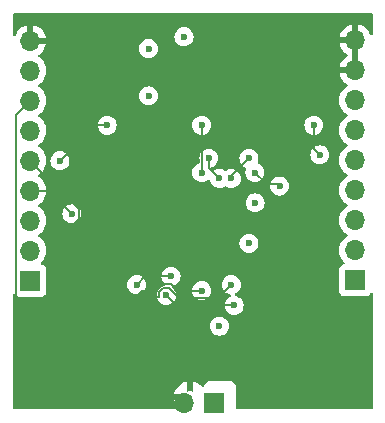
<source format=gbr>
%TF.GenerationSoftware,KiCad,Pcbnew,8.0.3*%
%TF.CreationDate,2024-07-01T13:41:45+02:00*%
%TF.ProjectId,ESP8266,45535038-3236-4362-9e6b-696361645f70,rev?*%
%TF.SameCoordinates,Original*%
%TF.FileFunction,Copper,L2,Inr*%
%TF.FilePolarity,Positive*%
%FSLAX46Y46*%
G04 Gerber Fmt 4.6, Leading zero omitted, Abs format (unit mm)*
G04 Created by KiCad (PCBNEW 8.0.3) date 2024-07-01 13:41:45*
%MOMM*%
%LPD*%
G01*
G04 APERTURE LIST*
%TA.AperFunction,ComponentPad*%
%ADD10R,1.700000X1.700000*%
%TD*%
%TA.AperFunction,ComponentPad*%
%ADD11O,1.700000X1.700000*%
%TD*%
%TA.AperFunction,ViaPad*%
%ADD12C,0.600000*%
%TD*%
%TA.AperFunction,Conductor*%
%ADD13C,0.200000*%
%TD*%
G04 APERTURE END LIST*
D10*
%TO.N,+3.3V*%
%TO.C,J1*%
X115000000Y-103160000D03*
D11*
%TO.N,/RST*%
X115000000Y-100620000D03*
%TO.N,/U0RXD*%
X115000000Y-98080000D03*
%TO.N,/U0TXD*%
X115000000Y-95540000D03*
%TO.N,/ADC_IN*%
X115000000Y-93000000D03*
%TO.N,/CHIP_EN*%
X115000000Y-90460000D03*
%TO.N,/GPIO16*%
X115000000Y-87920000D03*
%TO.N,/GPI05*%
X115000000Y-85380000D03*
%TO.N,GND*%
X115000000Y-82840000D03*
%TD*%
D10*
%TO.N,/ANT*%
%TO.C,J3*%
X130540000Y-113500000D03*
D11*
%TO.N,GND*%
X128000000Y-113500000D03*
%TD*%
D10*
%TO.N,/GPIO14*%
%TO.C,J2*%
X142500000Y-103120000D03*
D11*
%TO.N,/GPIO12*%
X142500000Y-100580000D03*
%TO.N,/GPIO13*%
X142500000Y-98040000D03*
%TO.N,/GPIO15*%
X142500000Y-95500000D03*
%TO.N,/GPIO2*%
X142500000Y-92960000D03*
%TO.N,/GPIO0*%
X142500000Y-90420000D03*
%TO.N,/GPIO4*%
X142500000Y-87880000D03*
%TO.N,GND*%
X142500000Y-85340000D03*
X142500000Y-82800000D03*
%TD*%
D12*
%TO.N,GND*%
X131500000Y-92500000D03*
X129000000Y-88500000D03*
X125000000Y-91500000D03*
X120000000Y-101000000D03*
X129420101Y-102900000D03*
X138637500Y-107500000D03*
X120500000Y-108500000D03*
X120155735Y-97155735D03*
X131000000Y-85500000D03*
X129000000Y-85500000D03*
%TO.N,/ADC_IN*%
X129500000Y-104000000D03*
%TO.N,/CHIP_EN*%
X126500000Y-104400000D03*
X132250000Y-105250000D03*
%TO.N,/GPIO16*%
X132000000Y-103500000D03*
%TO.N,/U0TXD*%
X118500000Y-97500000D03*
%TO.N,Net-(U1-RES12K)*%
X117500000Y-93000000D03*
X121500000Y-90000000D03*
%TO.N,Net-(U1-SD_CLK)*%
X139500000Y-92500000D03*
X136087108Y-95141422D03*
X139000000Y-90000000D03*
X134000000Y-93998114D03*
%TO.N,/SD_D3*%
X132000000Y-94500000D03*
X133500000Y-92798114D03*
%TO.N,/SD_D0*%
X129500000Y-90000000D03*
X129500000Y-94000000D03*
%TO.N,/SD_CMD*%
X130100000Y-92798114D03*
X131000000Y-94500000D03*
%TO.N,+3.3V*%
X125000000Y-83500000D03*
X128000000Y-82500000D03*
X131000000Y-107000000D03*
X134023198Y-96562466D03*
X124000000Y-103500000D03*
X125000000Y-87500000D03*
X126899681Y-102800000D03*
X133500000Y-100000000D03*
%TD*%
%TA.AperFunction,Conductor*%
%TO.N,GND*%
G36*
X143942539Y-80520185D02*
G01*
X143988294Y-80572989D01*
X143999500Y-80624500D01*
X143999500Y-82261988D01*
X143979815Y-82329027D01*
X143927011Y-82374782D01*
X143857853Y-82384726D01*
X143794297Y-82355701D01*
X143763118Y-82314393D01*
X143673600Y-82122422D01*
X143673599Y-82122420D01*
X143538113Y-81928926D01*
X143538108Y-81928920D01*
X143371082Y-81761894D01*
X143177578Y-81626399D01*
X142963492Y-81526570D01*
X142963486Y-81526567D01*
X142750000Y-81469364D01*
X142750000Y-82366988D01*
X142692993Y-82334075D01*
X142565826Y-82300000D01*
X142434174Y-82300000D01*
X142307007Y-82334075D01*
X142250000Y-82366988D01*
X142250000Y-81469364D01*
X142249999Y-81469364D01*
X142036513Y-81526567D01*
X142036507Y-81526570D01*
X141822422Y-81626399D01*
X141822420Y-81626400D01*
X141628926Y-81761886D01*
X141628920Y-81761891D01*
X141461891Y-81928920D01*
X141461886Y-81928926D01*
X141326400Y-82122420D01*
X141326399Y-82122422D01*
X141226570Y-82336507D01*
X141226567Y-82336513D01*
X141169364Y-82549999D01*
X141169364Y-82550000D01*
X142066988Y-82550000D01*
X142034075Y-82607007D01*
X142000000Y-82734174D01*
X142000000Y-82865826D01*
X142034075Y-82992993D01*
X142066988Y-83050000D01*
X141169364Y-83050000D01*
X141226567Y-83263486D01*
X141226570Y-83263492D01*
X141326399Y-83477578D01*
X141461894Y-83671082D01*
X141628917Y-83838105D01*
X141815031Y-83968425D01*
X141858656Y-84023003D01*
X141865848Y-84092501D01*
X141834326Y-84154856D01*
X141815031Y-84171575D01*
X141628922Y-84301890D01*
X141628920Y-84301891D01*
X141461891Y-84468920D01*
X141461886Y-84468926D01*
X141326400Y-84662420D01*
X141326399Y-84662422D01*
X141226570Y-84876507D01*
X141226567Y-84876513D01*
X141169364Y-85089999D01*
X141169364Y-85090000D01*
X142066988Y-85090000D01*
X142034075Y-85147007D01*
X142000000Y-85274174D01*
X142000000Y-85405826D01*
X142034075Y-85532993D01*
X142066988Y-85590000D01*
X141169364Y-85590000D01*
X141226567Y-85803486D01*
X141226570Y-85803492D01*
X141326399Y-86017578D01*
X141461894Y-86211082D01*
X141628917Y-86378105D01*
X141814595Y-86508119D01*
X141858219Y-86562696D01*
X141865412Y-86632195D01*
X141833890Y-86694549D01*
X141814595Y-86711269D01*
X141628594Y-86841508D01*
X141461505Y-87008597D01*
X141325965Y-87202169D01*
X141325964Y-87202171D01*
X141226098Y-87416335D01*
X141226094Y-87416344D01*
X141164938Y-87644586D01*
X141164936Y-87644596D01*
X141144341Y-87879999D01*
X141144341Y-87880000D01*
X141164936Y-88115403D01*
X141164938Y-88115413D01*
X141226094Y-88343655D01*
X141226096Y-88343659D01*
X141226097Y-88343663D01*
X141261319Y-88419196D01*
X141325965Y-88557830D01*
X141325967Y-88557834D01*
X141461501Y-88751395D01*
X141461506Y-88751402D01*
X141628597Y-88918493D01*
X141628603Y-88918498D01*
X141814158Y-89048425D01*
X141857783Y-89103002D01*
X141864977Y-89172500D01*
X141833454Y-89234855D01*
X141814158Y-89251575D01*
X141628597Y-89381505D01*
X141461505Y-89548597D01*
X141325965Y-89742169D01*
X141325964Y-89742171D01*
X141226098Y-89956335D01*
X141226094Y-89956344D01*
X141164938Y-90184586D01*
X141164936Y-90184596D01*
X141144341Y-90419999D01*
X141144341Y-90420000D01*
X141164936Y-90655403D01*
X141164938Y-90655413D01*
X141226094Y-90883655D01*
X141226096Y-90883659D01*
X141226097Y-90883663D01*
X141261319Y-90959196D01*
X141325965Y-91097830D01*
X141325967Y-91097834D01*
X141461501Y-91291395D01*
X141461506Y-91291402D01*
X141628597Y-91458493D01*
X141628603Y-91458498D01*
X141814158Y-91588425D01*
X141857783Y-91643002D01*
X141864977Y-91712500D01*
X141833454Y-91774855D01*
X141814158Y-91791575D01*
X141628597Y-91921505D01*
X141461505Y-92088597D01*
X141325965Y-92282169D01*
X141325964Y-92282171D01*
X141226098Y-92496335D01*
X141226094Y-92496344D01*
X141164938Y-92724586D01*
X141164936Y-92724596D01*
X141144341Y-92959999D01*
X141144341Y-92960000D01*
X141164936Y-93195403D01*
X141164938Y-93195413D01*
X141226094Y-93423655D01*
X141226096Y-93423659D01*
X141226097Y-93423663D01*
X141272840Y-93523903D01*
X141325965Y-93637830D01*
X141325967Y-93637834D01*
X141421459Y-93774209D01*
X141452726Y-93818864D01*
X141461501Y-93831395D01*
X141461506Y-93831402D01*
X141628597Y-93998493D01*
X141628603Y-93998498D01*
X141814158Y-94128425D01*
X141857783Y-94183002D01*
X141864977Y-94252500D01*
X141833454Y-94314855D01*
X141814158Y-94331575D01*
X141628597Y-94461505D01*
X141461505Y-94628597D01*
X141325965Y-94822169D01*
X141325964Y-94822171D01*
X141226098Y-95036335D01*
X141226094Y-95036344D01*
X141164938Y-95264586D01*
X141164936Y-95264596D01*
X141144341Y-95499999D01*
X141144341Y-95500000D01*
X141164936Y-95735403D01*
X141164938Y-95735413D01*
X141226094Y-95963655D01*
X141226096Y-95963659D01*
X141226097Y-95963663D01*
X141271115Y-96060204D01*
X141325965Y-96177830D01*
X141325967Y-96177834D01*
X141461501Y-96371395D01*
X141461506Y-96371402D01*
X141628597Y-96538493D01*
X141628603Y-96538498D01*
X141814158Y-96668425D01*
X141857783Y-96723002D01*
X141864977Y-96792500D01*
X141833454Y-96854855D01*
X141814158Y-96871575D01*
X141628597Y-97001505D01*
X141461505Y-97168597D01*
X141325965Y-97362169D01*
X141325964Y-97362171D01*
X141226098Y-97576335D01*
X141226094Y-97576344D01*
X141164938Y-97804586D01*
X141164936Y-97804596D01*
X141144341Y-98039999D01*
X141144341Y-98040000D01*
X141164936Y-98275403D01*
X141164938Y-98275413D01*
X141226094Y-98503655D01*
X141226096Y-98503659D01*
X141226097Y-98503663D01*
X141261319Y-98579196D01*
X141325965Y-98717830D01*
X141325967Y-98717834D01*
X141461501Y-98911395D01*
X141461506Y-98911402D01*
X141628597Y-99078493D01*
X141628603Y-99078498D01*
X141814158Y-99208425D01*
X141857783Y-99263002D01*
X141864977Y-99332500D01*
X141833454Y-99394855D01*
X141814158Y-99411575D01*
X141628597Y-99541505D01*
X141461505Y-99708597D01*
X141325965Y-99902169D01*
X141325964Y-99902171D01*
X141226098Y-100116335D01*
X141226094Y-100116344D01*
X141164938Y-100344586D01*
X141164936Y-100344596D01*
X141144341Y-100579999D01*
X141144341Y-100580000D01*
X141164936Y-100815403D01*
X141164938Y-100815413D01*
X141226094Y-101043655D01*
X141226096Y-101043659D01*
X141226097Y-101043663D01*
X141261319Y-101119196D01*
X141325965Y-101257830D01*
X141325967Y-101257834D01*
X141353973Y-101297830D01*
X141461501Y-101451396D01*
X141461506Y-101451402D01*
X141583430Y-101573326D01*
X141616915Y-101634649D01*
X141611931Y-101704341D01*
X141570059Y-101760274D01*
X141539083Y-101777189D01*
X141407669Y-101826203D01*
X141407664Y-101826206D01*
X141292455Y-101912452D01*
X141292452Y-101912455D01*
X141206206Y-102027664D01*
X141206202Y-102027671D01*
X141155908Y-102162517D01*
X141149501Y-102222116D01*
X141149500Y-102222135D01*
X141149500Y-104017870D01*
X141149501Y-104017876D01*
X141155908Y-104077483D01*
X141206202Y-104212328D01*
X141206206Y-104212335D01*
X141292452Y-104327544D01*
X141292455Y-104327547D01*
X141407664Y-104413793D01*
X141407671Y-104413797D01*
X141542517Y-104464091D01*
X141542516Y-104464091D01*
X141547549Y-104464632D01*
X141602127Y-104470500D01*
X143397872Y-104470499D01*
X143457483Y-104464091D01*
X143592331Y-104413796D01*
X143707546Y-104327546D01*
X143776234Y-104235789D01*
X143832167Y-104193920D01*
X143901859Y-104188936D01*
X143963182Y-104222421D01*
X143996666Y-104283745D01*
X143999500Y-104310102D01*
X143999500Y-113876000D01*
X143979815Y-113943039D01*
X143927011Y-113988794D01*
X143875500Y-114000000D01*
X132514500Y-114000000D01*
X132447461Y-113980315D01*
X132401706Y-113927511D01*
X132390500Y-113876000D01*
X132390499Y-112102129D01*
X132390498Y-112102123D01*
X132384091Y-112042516D01*
X132333797Y-111907671D01*
X132333793Y-111907664D01*
X132247547Y-111792455D01*
X132247544Y-111792452D01*
X132132335Y-111706206D01*
X132132328Y-111706202D01*
X131997482Y-111655908D01*
X131997483Y-111655908D01*
X131937883Y-111649501D01*
X131937881Y-111649500D01*
X131937873Y-111649500D01*
X131937864Y-111649500D01*
X130142129Y-111649500D01*
X130142123Y-111649501D01*
X130082516Y-111655908D01*
X129947671Y-111706202D01*
X129947664Y-111706206D01*
X129832455Y-111792452D01*
X129832452Y-111792455D01*
X129746206Y-111907664D01*
X129746202Y-111907671D01*
X129696997Y-112039598D01*
X129655126Y-112095532D01*
X129589661Y-112119949D01*
X129521388Y-112105097D01*
X129493134Y-112083946D01*
X129371082Y-111961894D01*
X129177578Y-111826399D01*
X128963492Y-111726570D01*
X128963486Y-111726567D01*
X128750000Y-111669364D01*
X128750000Y-112566988D01*
X128692993Y-112534075D01*
X128565826Y-112500000D01*
X128434174Y-112500000D01*
X128307007Y-112534075D01*
X128250000Y-112566988D01*
X128250000Y-111669364D01*
X128249999Y-111669364D01*
X128036513Y-111726567D01*
X128036507Y-111726570D01*
X127822422Y-111826399D01*
X127822420Y-111826400D01*
X127628926Y-111961886D01*
X127628920Y-111961891D01*
X127461891Y-112128920D01*
X127461886Y-112128926D01*
X127326400Y-112322420D01*
X127326399Y-112322422D01*
X127226570Y-112536507D01*
X127226567Y-112536513D01*
X127169364Y-112749999D01*
X127169364Y-112750000D01*
X128066988Y-112750000D01*
X128034075Y-112807007D01*
X128000000Y-112934174D01*
X128000000Y-113065826D01*
X128034075Y-113192993D01*
X128066988Y-113250000D01*
X127169364Y-113250000D01*
X127226567Y-113463486D01*
X127226570Y-113463492D01*
X127326400Y-113677579D01*
X127326404Y-113677585D01*
X127415535Y-113804876D01*
X127437863Y-113871082D01*
X127420853Y-113938849D01*
X127369906Y-113986663D01*
X127313961Y-114000000D01*
X113624500Y-114000000D01*
X113557461Y-113980315D01*
X113511706Y-113927511D01*
X113500500Y-113876000D01*
X113500500Y-106999996D01*
X130194435Y-106999996D01*
X130194435Y-107000003D01*
X130214630Y-107179249D01*
X130214631Y-107179254D01*
X130274211Y-107349523D01*
X130370184Y-107502262D01*
X130497738Y-107629816D01*
X130650478Y-107725789D01*
X130820745Y-107785368D01*
X130820750Y-107785369D01*
X130999996Y-107805565D01*
X131000000Y-107805565D01*
X131000004Y-107805565D01*
X131179249Y-107785369D01*
X131179252Y-107785368D01*
X131179255Y-107785368D01*
X131349522Y-107725789D01*
X131502262Y-107629816D01*
X131629816Y-107502262D01*
X131725789Y-107349522D01*
X131785368Y-107179255D01*
X131805565Y-107000000D01*
X131785368Y-106820745D01*
X131725789Y-106650478D01*
X131629816Y-106497738D01*
X131502262Y-106370184D01*
X131349523Y-106274211D01*
X131179254Y-106214631D01*
X131179249Y-106214630D01*
X131000004Y-106194435D01*
X130999996Y-106194435D01*
X130820750Y-106214630D01*
X130820745Y-106214631D01*
X130650476Y-106274211D01*
X130497737Y-106370184D01*
X130370184Y-106497737D01*
X130274211Y-106650476D01*
X130214631Y-106820745D01*
X130214630Y-106820750D01*
X130194435Y-106999996D01*
X113500500Y-106999996D01*
X113500500Y-104350102D01*
X113520185Y-104283063D01*
X113572989Y-104237308D01*
X113642147Y-104227364D01*
X113705703Y-104256389D01*
X113723762Y-104275786D01*
X113792454Y-104367546D01*
X113835802Y-104399996D01*
X113907664Y-104453793D01*
X113907671Y-104453797D01*
X114042517Y-104504091D01*
X114042516Y-104504091D01*
X114049444Y-104504835D01*
X114102127Y-104510500D01*
X115897872Y-104510499D01*
X115957483Y-104504091D01*
X116092331Y-104453796D01*
X116164198Y-104399996D01*
X125694435Y-104399996D01*
X125694435Y-104400003D01*
X125714630Y-104579249D01*
X125714631Y-104579254D01*
X125774211Y-104749523D01*
X125796735Y-104785369D01*
X125870184Y-104902262D01*
X125997738Y-105029816D01*
X126150478Y-105125789D01*
X126320745Y-105185368D01*
X126320750Y-105185369D01*
X126499996Y-105205565D01*
X126500000Y-105205565D01*
X126500004Y-105205565D01*
X126679249Y-105185369D01*
X126679252Y-105185368D01*
X126679255Y-105185368D01*
X126849522Y-105125789D01*
X127002262Y-105029816D01*
X127129816Y-104902262D01*
X127225789Y-104749522D01*
X127285368Y-104579255D01*
X127291570Y-104524211D01*
X127305565Y-104400003D01*
X127305565Y-104399996D01*
X127285369Y-104220750D01*
X127285368Y-104220745D01*
X127282423Y-104212328D01*
X127225789Y-104050478D01*
X127194069Y-103999996D01*
X128694435Y-103999996D01*
X128694435Y-104000003D01*
X128714630Y-104179249D01*
X128714631Y-104179254D01*
X128774211Y-104349523D01*
X128870184Y-104502262D01*
X128997738Y-104629816D01*
X129150478Y-104725789D01*
X129218306Y-104749523D01*
X129320745Y-104785368D01*
X129320750Y-104785369D01*
X129499996Y-104805565D01*
X129500000Y-104805565D01*
X129500004Y-104805565D01*
X129679249Y-104785369D01*
X129679252Y-104785368D01*
X129679255Y-104785368D01*
X129849522Y-104725789D01*
X130002262Y-104629816D01*
X130129816Y-104502262D01*
X130225789Y-104349522D01*
X130285368Y-104179255D01*
X130285369Y-104179249D01*
X130305565Y-104000003D01*
X130305565Y-103999996D01*
X130285369Y-103820750D01*
X130285368Y-103820745D01*
X130267676Y-103770184D01*
X130225789Y-103650478D01*
X130203265Y-103614632D01*
X130155369Y-103538406D01*
X130131235Y-103499996D01*
X131194435Y-103499996D01*
X131194435Y-103500003D01*
X131214630Y-103679249D01*
X131214631Y-103679254D01*
X131274211Y-103849523D01*
X131304507Y-103897738D01*
X131370184Y-104002262D01*
X131497738Y-104129816D01*
X131576410Y-104179249D01*
X131645117Y-104222421D01*
X131650478Y-104225789D01*
X131820745Y-104285368D01*
X131859577Y-104289743D01*
X131923989Y-104316808D01*
X131963545Y-104374402D01*
X131965684Y-104444239D01*
X131929727Y-104504146D01*
X131906156Y-104520160D01*
X131906374Y-104520506D01*
X131747737Y-104620184D01*
X131620184Y-104747737D01*
X131524211Y-104900476D01*
X131464631Y-105070745D01*
X131464630Y-105070750D01*
X131444435Y-105249996D01*
X131444435Y-105250003D01*
X131464630Y-105429249D01*
X131464631Y-105429254D01*
X131524211Y-105599523D01*
X131620184Y-105752262D01*
X131747738Y-105879816D01*
X131900478Y-105975789D01*
X132070745Y-106035368D01*
X132070750Y-106035369D01*
X132249996Y-106055565D01*
X132250000Y-106055565D01*
X132250004Y-106055565D01*
X132429249Y-106035369D01*
X132429252Y-106035368D01*
X132429255Y-106035368D01*
X132599522Y-105975789D01*
X132752262Y-105879816D01*
X132879816Y-105752262D01*
X132975789Y-105599522D01*
X133035368Y-105429255D01*
X133055565Y-105250000D01*
X133050558Y-105205565D01*
X133035369Y-105070750D01*
X133035368Y-105070745D01*
X132975788Y-104900476D01*
X132903461Y-104785369D01*
X132879816Y-104747738D01*
X132752262Y-104620184D01*
X132687124Y-104579255D01*
X132599523Y-104524211D01*
X132429254Y-104464631D01*
X132429250Y-104464630D01*
X132390422Y-104460256D01*
X132326008Y-104433190D01*
X132286453Y-104375595D01*
X132284316Y-104305758D01*
X132320274Y-104245851D01*
X132343844Y-104229841D01*
X132343626Y-104229494D01*
X132423580Y-104179255D01*
X132502262Y-104129816D01*
X132629816Y-104002262D01*
X132725789Y-103849522D01*
X132785368Y-103679255D01*
X132785369Y-103679249D01*
X132805565Y-103500003D01*
X132805565Y-103499996D01*
X132785369Y-103320750D01*
X132785368Y-103320745D01*
X132725789Y-103150478D01*
X132725188Y-103149522D01*
X132629815Y-102997737D01*
X132502262Y-102870184D01*
X132349523Y-102774211D01*
X132179254Y-102714631D01*
X132179249Y-102714630D01*
X132000004Y-102694435D01*
X131999996Y-102694435D01*
X131820750Y-102714630D01*
X131820745Y-102714631D01*
X131650476Y-102774211D01*
X131497737Y-102870184D01*
X131370184Y-102997737D01*
X131274211Y-103150476D01*
X131214631Y-103320745D01*
X131214630Y-103320750D01*
X131194435Y-103499996D01*
X130131235Y-103499996D01*
X130129816Y-103497738D01*
X130002262Y-103370184D01*
X129849523Y-103274211D01*
X129679254Y-103214631D01*
X129679249Y-103214630D01*
X129500004Y-103194435D01*
X129499996Y-103194435D01*
X129320750Y-103214630D01*
X129320745Y-103214631D01*
X129150476Y-103274211D01*
X128997737Y-103370184D01*
X128870184Y-103497737D01*
X128774211Y-103650476D01*
X128714631Y-103820745D01*
X128714630Y-103820750D01*
X128694435Y-103999996D01*
X127194069Y-103999996D01*
X127129816Y-103897738D01*
X127024686Y-103792608D01*
X126991201Y-103731285D01*
X126996185Y-103661593D01*
X127038057Y-103605660D01*
X127072999Y-103589487D01*
X127072363Y-103587668D01*
X127078936Y-103585368D01*
X127249203Y-103525789D01*
X127401943Y-103429816D01*
X127529497Y-103302262D01*
X127625470Y-103149522D01*
X127685049Y-102979255D01*
X127685050Y-102979249D01*
X127705246Y-102800003D01*
X127705246Y-102799996D01*
X127685050Y-102620750D01*
X127685049Y-102620745D01*
X127625469Y-102450476D01*
X127529496Y-102297737D01*
X127401943Y-102170184D01*
X127249204Y-102074211D01*
X127078935Y-102014631D01*
X127078930Y-102014630D01*
X126899685Y-101994435D01*
X126899677Y-101994435D01*
X126720431Y-102014630D01*
X126720426Y-102014631D01*
X126550157Y-102074211D01*
X126397418Y-102170184D01*
X126269865Y-102297737D01*
X126173892Y-102450476D01*
X126114312Y-102620745D01*
X126114311Y-102620750D01*
X126094116Y-102799996D01*
X126094116Y-102800003D01*
X126114311Y-102979249D01*
X126114312Y-102979254D01*
X126173892Y-103149523D01*
X126269865Y-103302262D01*
X126374994Y-103407391D01*
X126408479Y-103468714D01*
X126403495Y-103538406D01*
X126361623Y-103594339D01*
X126326688Y-103610533D01*
X126327318Y-103612332D01*
X126150476Y-103674211D01*
X125997737Y-103770184D01*
X125870184Y-103897737D01*
X125774211Y-104050476D01*
X125714631Y-104220745D01*
X125714630Y-104220750D01*
X125694435Y-104399996D01*
X116164198Y-104399996D01*
X116207546Y-104367546D01*
X116293796Y-104252331D01*
X116344091Y-104117483D01*
X116350500Y-104057873D01*
X116350500Y-103499996D01*
X123194435Y-103499996D01*
X123194435Y-103500003D01*
X123214630Y-103679249D01*
X123214631Y-103679254D01*
X123274211Y-103849523D01*
X123304507Y-103897738D01*
X123370184Y-104002262D01*
X123497738Y-104129816D01*
X123576410Y-104179249D01*
X123645117Y-104222421D01*
X123650478Y-104225789D01*
X123737928Y-104256389D01*
X123820745Y-104285368D01*
X123820750Y-104285369D01*
X123999996Y-104305565D01*
X124000000Y-104305565D01*
X124000004Y-104305565D01*
X124179249Y-104285369D01*
X124179252Y-104285368D01*
X124179255Y-104285368D01*
X124349522Y-104225789D01*
X124502262Y-104129816D01*
X124629816Y-104002262D01*
X124725789Y-103849522D01*
X124785368Y-103679255D01*
X124785369Y-103679249D01*
X124805565Y-103500003D01*
X124805565Y-103499996D01*
X124785369Y-103320750D01*
X124785368Y-103320745D01*
X124725789Y-103150478D01*
X124725188Y-103149522D01*
X124629815Y-102997737D01*
X124502262Y-102870184D01*
X124349523Y-102774211D01*
X124179254Y-102714631D01*
X124179249Y-102714630D01*
X124000004Y-102694435D01*
X123999996Y-102694435D01*
X123820750Y-102714630D01*
X123820745Y-102714631D01*
X123650476Y-102774211D01*
X123497737Y-102870184D01*
X123370184Y-102997737D01*
X123274211Y-103150476D01*
X123214631Y-103320745D01*
X123214630Y-103320750D01*
X123194435Y-103499996D01*
X116350500Y-103499996D01*
X116350499Y-102262128D01*
X116344091Y-102202517D01*
X116302521Y-102091063D01*
X116293797Y-102067671D01*
X116293793Y-102067664D01*
X116207547Y-101952455D01*
X116207544Y-101952452D01*
X116092335Y-101866206D01*
X116092328Y-101866202D01*
X115960917Y-101817189D01*
X115904983Y-101775318D01*
X115880566Y-101709853D01*
X115895418Y-101641580D01*
X115916563Y-101613332D01*
X116038495Y-101491401D01*
X116174035Y-101297830D01*
X116273903Y-101083663D01*
X116335063Y-100855408D01*
X116355659Y-100620000D01*
X116335063Y-100384592D01*
X116286888Y-100204799D01*
X116273905Y-100156344D01*
X116273904Y-100156343D01*
X116273903Y-100156337D01*
X116200999Y-99999996D01*
X132694435Y-99999996D01*
X132694435Y-100000003D01*
X132714630Y-100179249D01*
X132714631Y-100179254D01*
X132774211Y-100349523D01*
X132796249Y-100384596D01*
X132870184Y-100502262D01*
X132997738Y-100629816D01*
X133150478Y-100725789D01*
X133320745Y-100785368D01*
X133320750Y-100785369D01*
X133499996Y-100805565D01*
X133500000Y-100805565D01*
X133500004Y-100805565D01*
X133679249Y-100785369D01*
X133679252Y-100785368D01*
X133679255Y-100785368D01*
X133849522Y-100725789D01*
X134002262Y-100629816D01*
X134129816Y-100502262D01*
X134225789Y-100349522D01*
X134285368Y-100179255D01*
X134287139Y-100163541D01*
X134305565Y-100000003D01*
X134305565Y-99999996D01*
X134285369Y-99820750D01*
X134285368Y-99820745D01*
X134225788Y-99650476D01*
X134157317Y-99541506D01*
X134129816Y-99497738D01*
X134002262Y-99370184D01*
X133981277Y-99356998D01*
X133849523Y-99274211D01*
X133679254Y-99214631D01*
X133679249Y-99214630D01*
X133500004Y-99194435D01*
X133499996Y-99194435D01*
X133320750Y-99214630D01*
X133320745Y-99214631D01*
X133150476Y-99274211D01*
X132997737Y-99370184D01*
X132870184Y-99497737D01*
X132774211Y-99650476D01*
X132714631Y-99820745D01*
X132714630Y-99820750D01*
X132694435Y-99999996D01*
X116200999Y-99999996D01*
X116174035Y-99942171D01*
X116146026Y-99902169D01*
X116038494Y-99748597D01*
X115871402Y-99581506D01*
X115871396Y-99581501D01*
X115685842Y-99451575D01*
X115642217Y-99396998D01*
X115635023Y-99327500D01*
X115666546Y-99265145D01*
X115685842Y-99248425D01*
X115742968Y-99208425D01*
X115871401Y-99118495D01*
X116038495Y-98951401D01*
X116174035Y-98757830D01*
X116273903Y-98543663D01*
X116335063Y-98315408D01*
X116355659Y-98080000D01*
X116335063Y-97844592D01*
X116286888Y-97664799D01*
X116273905Y-97616344D01*
X116273904Y-97616343D01*
X116273903Y-97616337D01*
X116219652Y-97499996D01*
X117694435Y-97499996D01*
X117694435Y-97500003D01*
X117714630Y-97679249D01*
X117714631Y-97679254D01*
X117774211Y-97849523D01*
X117870184Y-98002262D01*
X117997738Y-98129816D01*
X118150478Y-98225789D01*
X118292267Y-98275403D01*
X118320745Y-98285368D01*
X118320750Y-98285369D01*
X118499996Y-98305565D01*
X118500000Y-98305565D01*
X118500004Y-98305565D01*
X118679249Y-98285369D01*
X118679252Y-98285368D01*
X118679255Y-98285368D01*
X118849522Y-98225789D01*
X119002262Y-98129816D01*
X119129816Y-98002262D01*
X119225789Y-97849522D01*
X119285368Y-97679255D01*
X119289275Y-97644583D01*
X119305565Y-97500003D01*
X119305565Y-97499996D01*
X119285369Y-97320750D01*
X119285368Y-97320745D01*
X119240417Y-97192282D01*
X119225789Y-97150478D01*
X119129816Y-96997738D01*
X119002262Y-96870184D01*
X118977866Y-96854855D01*
X118849523Y-96774211D01*
X118679254Y-96714631D01*
X118679249Y-96714630D01*
X118500004Y-96694435D01*
X118499996Y-96694435D01*
X118320750Y-96714630D01*
X118320745Y-96714631D01*
X118150476Y-96774211D01*
X117997737Y-96870184D01*
X117870184Y-96997737D01*
X117774211Y-97150476D01*
X117714631Y-97320745D01*
X117714630Y-97320750D01*
X117694435Y-97499996D01*
X116219652Y-97499996D01*
X116174035Y-97402171D01*
X116146026Y-97362169D01*
X116038494Y-97208597D01*
X115871402Y-97041506D01*
X115871396Y-97041501D01*
X115685842Y-96911575D01*
X115642217Y-96856998D01*
X115635023Y-96787500D01*
X115666546Y-96725145D01*
X115685842Y-96708425D01*
X115742968Y-96668425D01*
X115871401Y-96578495D01*
X115887434Y-96562462D01*
X133217633Y-96562462D01*
X133217633Y-96562469D01*
X133237828Y-96741715D01*
X133237829Y-96741720D01*
X133297409Y-96911989D01*
X133351289Y-96997738D01*
X133393382Y-97064728D01*
X133520936Y-97192282D01*
X133673676Y-97288255D01*
X133843943Y-97347834D01*
X133843948Y-97347835D01*
X134023194Y-97368031D01*
X134023198Y-97368031D01*
X134023202Y-97368031D01*
X134202447Y-97347835D01*
X134202450Y-97347834D01*
X134202453Y-97347834D01*
X134372720Y-97288255D01*
X134525460Y-97192282D01*
X134653014Y-97064728D01*
X134748987Y-96911988D01*
X134808566Y-96741721D01*
X134811618Y-96714632D01*
X134828763Y-96562469D01*
X134828763Y-96562462D01*
X134808567Y-96383216D01*
X134808566Y-96383211D01*
X134804434Y-96371402D01*
X134748987Y-96212944D01*
X134726923Y-96177830D01*
X134653013Y-96060203D01*
X134525460Y-95932650D01*
X134372721Y-95836677D01*
X134202452Y-95777097D01*
X134202447Y-95777096D01*
X134023202Y-95756901D01*
X134023194Y-95756901D01*
X133843948Y-95777096D01*
X133843943Y-95777097D01*
X133673674Y-95836677D01*
X133520935Y-95932650D01*
X133393382Y-96060203D01*
X133297409Y-96212942D01*
X133237829Y-96383211D01*
X133237828Y-96383216D01*
X133217633Y-96562462D01*
X115887434Y-96562462D01*
X116038495Y-96411401D01*
X116174035Y-96217830D01*
X116273903Y-96003663D01*
X116335063Y-95775408D01*
X116355659Y-95540000D01*
X116335063Y-95304592D01*
X116286888Y-95124799D01*
X116273905Y-95076344D01*
X116273904Y-95076343D01*
X116273903Y-95076337D01*
X116174035Y-94862171D01*
X116165179Y-94849522D01*
X116038494Y-94668597D01*
X115871402Y-94501506D01*
X115871396Y-94501501D01*
X115685842Y-94371575D01*
X115642217Y-94316998D01*
X115635023Y-94247500D01*
X115666546Y-94185145D01*
X115685842Y-94168425D01*
X115751352Y-94122554D01*
X115871401Y-94038495D01*
X115909900Y-93999996D01*
X128694435Y-93999996D01*
X128694435Y-94000003D01*
X128714630Y-94179249D01*
X128714631Y-94179254D01*
X128774211Y-94349523D01*
X128844575Y-94461506D01*
X128870184Y-94502262D01*
X128997738Y-94629816D01*
X129012609Y-94639160D01*
X129147474Y-94723902D01*
X129150478Y-94725789D01*
X129315355Y-94783482D01*
X129320745Y-94785368D01*
X129320750Y-94785369D01*
X129499996Y-94805565D01*
X129500000Y-94805565D01*
X129500004Y-94805565D01*
X129679249Y-94785369D01*
X129679252Y-94785368D01*
X129679255Y-94785368D01*
X129849522Y-94725789D01*
X130002262Y-94629816D01*
X130007331Y-94624746D01*
X130068649Y-94591261D01*
X130138341Y-94596242D01*
X130194276Y-94638111D01*
X130210573Y-94673297D01*
X130212332Y-94672682D01*
X130274211Y-94849523D01*
X130344994Y-94962172D01*
X130370184Y-95002262D01*
X130497738Y-95129816D01*
X130650478Y-95225789D01*
X130761371Y-95264592D01*
X130820745Y-95285368D01*
X130820750Y-95285369D01*
X130999996Y-95305565D01*
X131000000Y-95305565D01*
X131000004Y-95305565D01*
X131179249Y-95285369D01*
X131179252Y-95285368D01*
X131179255Y-95285368D01*
X131349522Y-95225789D01*
X131434027Y-95172691D01*
X131501264Y-95153690D01*
X131565973Y-95172691D01*
X131650475Y-95225788D01*
X131820745Y-95285368D01*
X131820750Y-95285369D01*
X131999996Y-95305565D01*
X132000000Y-95305565D01*
X132000004Y-95305565D01*
X132179249Y-95285369D01*
X132179252Y-95285368D01*
X132179255Y-95285368D01*
X132349522Y-95225789D01*
X132483798Y-95141418D01*
X135281543Y-95141418D01*
X135281543Y-95141425D01*
X135301738Y-95320671D01*
X135301739Y-95320676D01*
X135361319Y-95490945D01*
X135367009Y-95500000D01*
X135457292Y-95643684D01*
X135584846Y-95771238D01*
X135737586Y-95867211D01*
X135874731Y-95915200D01*
X135907853Y-95926790D01*
X135907858Y-95926791D01*
X136087104Y-95946987D01*
X136087108Y-95946987D01*
X136087112Y-95946987D01*
X136266357Y-95926791D01*
X136266360Y-95926790D01*
X136266363Y-95926790D01*
X136436630Y-95867211D01*
X136589370Y-95771238D01*
X136716924Y-95643684D01*
X136812897Y-95490944D01*
X136872476Y-95320677D01*
X136874288Y-95304596D01*
X136892673Y-95141425D01*
X136892673Y-95141418D01*
X136872477Y-94962172D01*
X136872476Y-94962167D01*
X136823489Y-94822171D01*
X136812897Y-94791900D01*
X136808793Y-94785369D01*
X136742117Y-94679254D01*
X136716924Y-94639160D01*
X136589370Y-94511606D01*
X136570893Y-94499996D01*
X136436631Y-94415633D01*
X136266362Y-94356053D01*
X136266357Y-94356052D01*
X136087112Y-94335857D01*
X136087104Y-94335857D01*
X135907858Y-94356052D01*
X135907853Y-94356053D01*
X135737584Y-94415633D01*
X135584845Y-94511606D01*
X135457292Y-94639159D01*
X135361319Y-94791898D01*
X135301739Y-94962167D01*
X135301738Y-94962172D01*
X135281543Y-95141418D01*
X132483798Y-95141418D01*
X132502262Y-95129816D01*
X132629816Y-95002262D01*
X132725789Y-94849522D01*
X132785368Y-94679255D01*
X132785369Y-94679249D01*
X132805565Y-94500003D01*
X132805565Y-94499996D01*
X132785369Y-94320750D01*
X132785368Y-94320745D01*
X132770060Y-94276998D01*
X132725789Y-94150478D01*
X132629816Y-93997738D01*
X132502262Y-93870184D01*
X132440541Y-93831402D01*
X132349523Y-93774211D01*
X132179254Y-93714631D01*
X132179249Y-93714630D01*
X132000004Y-93694435D01*
X131999996Y-93694435D01*
X131820750Y-93714630D01*
X131820737Y-93714633D01*
X131650479Y-93774209D01*
X131565971Y-93827309D01*
X131498734Y-93846309D01*
X131434029Y-93827309D01*
X131349520Y-93774209D01*
X131179262Y-93714633D01*
X131179249Y-93714630D01*
X131000004Y-93694435D01*
X130999996Y-93694435D01*
X130820750Y-93714630D01*
X130820745Y-93714631D01*
X130650476Y-93774211D01*
X130497738Y-93870183D01*
X130492663Y-93875259D01*
X130431338Y-93908741D01*
X130361647Y-93903753D01*
X130305715Y-93861878D01*
X130289436Y-93826699D01*
X130287669Y-93827318D01*
X130251691Y-93724500D01*
X130248129Y-93654721D01*
X130282857Y-93594094D01*
X130327778Y-93566503D01*
X130449522Y-93523903D01*
X130602262Y-93427930D01*
X130729816Y-93300376D01*
X130825789Y-93147636D01*
X130885368Y-92977369D01*
X130905565Y-92798114D01*
X130905565Y-92798110D01*
X132694435Y-92798110D01*
X132694435Y-92798117D01*
X132714630Y-92977363D01*
X132714631Y-92977368D01*
X132774211Y-93147637D01*
X132829362Y-93235408D01*
X132870184Y-93300376D01*
X132997738Y-93427930D01*
X133027755Y-93446791D01*
X133116036Y-93502262D01*
X133150478Y-93523903D01*
X133182543Y-93535123D01*
X133239319Y-93575845D01*
X133265066Y-93640798D01*
X133258630Y-93693120D01*
X133214631Y-93818859D01*
X133214630Y-93818864D01*
X133194435Y-93998110D01*
X133194435Y-93998117D01*
X133214630Y-94177363D01*
X133214631Y-94177368D01*
X133274211Y-94347637D01*
X133292941Y-94377445D01*
X133370184Y-94500376D01*
X133497738Y-94627930D01*
X133650478Y-94723903D01*
X133820745Y-94783482D01*
X133820750Y-94783483D01*
X133999996Y-94803679D01*
X134000000Y-94803679D01*
X134000004Y-94803679D01*
X134179249Y-94783483D01*
X134179252Y-94783482D01*
X134179255Y-94783482D01*
X134349522Y-94723903D01*
X134502262Y-94627930D01*
X134629816Y-94500376D01*
X134725789Y-94347636D01*
X134785368Y-94177369D01*
X134801015Y-94038498D01*
X134805565Y-93998117D01*
X134805565Y-93998110D01*
X134785369Y-93818864D01*
X134785368Y-93818859D01*
X134736020Y-93677830D01*
X134725789Y-93648592D01*
X134719029Y-93637834D01*
X134657051Y-93539196D01*
X134629816Y-93495852D01*
X134502262Y-93368298D01*
X134394165Y-93300376D01*
X134349524Y-93272326D01*
X134349523Y-93272325D01*
X134317455Y-93261104D01*
X134260679Y-93220381D01*
X134234933Y-93155428D01*
X134241370Y-93103108D01*
X134285366Y-92977376D01*
X134285369Y-92977363D01*
X134305565Y-92798117D01*
X134305565Y-92798110D01*
X134285369Y-92618864D01*
X134285368Y-92618859D01*
X134256492Y-92536337D01*
X134243776Y-92499996D01*
X138694435Y-92499996D01*
X138694435Y-92500003D01*
X138714630Y-92679249D01*
X138714631Y-92679254D01*
X138774211Y-92849523D01*
X138843628Y-92959999D01*
X138870184Y-93002262D01*
X138997738Y-93129816D01*
X139076410Y-93179249D01*
X139132721Y-93214632D01*
X139150478Y-93225789D01*
X139283470Y-93272325D01*
X139320745Y-93285368D01*
X139320750Y-93285369D01*
X139499996Y-93305565D01*
X139500000Y-93305565D01*
X139500004Y-93305565D01*
X139679249Y-93285369D01*
X139679252Y-93285368D01*
X139679255Y-93285368D01*
X139849522Y-93225789D01*
X140002262Y-93129816D01*
X140129816Y-93002262D01*
X140225789Y-92849522D01*
X140285368Y-92679255D01*
X140285369Y-92679249D01*
X140305565Y-92500003D01*
X140305565Y-92499996D01*
X140285369Y-92320750D01*
X140285368Y-92320745D01*
X140225788Y-92150476D01*
X140139246Y-92012746D01*
X140129816Y-91997738D01*
X140002262Y-91870184D01*
X139849523Y-91774211D01*
X139679254Y-91714631D01*
X139679249Y-91714630D01*
X139500004Y-91694435D01*
X139499996Y-91694435D01*
X139320750Y-91714630D01*
X139320745Y-91714631D01*
X139150476Y-91774211D01*
X138997737Y-91870184D01*
X138870184Y-91997737D01*
X138774211Y-92150476D01*
X138714631Y-92320745D01*
X138714630Y-92320750D01*
X138694435Y-92499996D01*
X134243776Y-92499996D01*
X134225789Y-92448592D01*
X134129816Y-92295852D01*
X134002262Y-92168298D01*
X133973902Y-92150478D01*
X133849523Y-92072325D01*
X133679254Y-92012745D01*
X133679249Y-92012744D01*
X133500004Y-91992549D01*
X133499996Y-91992549D01*
X133320750Y-92012744D01*
X133320745Y-92012745D01*
X133150476Y-92072325D01*
X132997737Y-92168298D01*
X132870184Y-92295851D01*
X132774211Y-92448590D01*
X132714631Y-92618859D01*
X132714630Y-92618864D01*
X132694435Y-92798110D01*
X130905565Y-92798110D01*
X130901788Y-92764596D01*
X130885369Y-92618864D01*
X130885368Y-92618859D01*
X130856492Y-92536337D01*
X130825789Y-92448592D01*
X130729816Y-92295852D01*
X130602262Y-92168298D01*
X130573902Y-92150478D01*
X130449523Y-92072325D01*
X130279254Y-92012745D01*
X130279249Y-92012744D01*
X130100004Y-91992549D01*
X130099996Y-91992549D01*
X129920750Y-92012744D01*
X129920745Y-92012745D01*
X129750476Y-92072325D01*
X129597737Y-92168298D01*
X129470184Y-92295851D01*
X129374211Y-92448590D01*
X129314631Y-92618859D01*
X129314630Y-92618864D01*
X129294435Y-92798110D01*
X129294435Y-92798117D01*
X129314630Y-92977363D01*
X129314632Y-92977371D01*
X129348309Y-93073615D01*
X129351870Y-93143394D01*
X129317141Y-93204021D01*
X129272222Y-93231611D01*
X129150476Y-93274211D01*
X128997737Y-93370184D01*
X128870184Y-93497737D01*
X128774211Y-93650476D01*
X128714631Y-93820745D01*
X128714630Y-93820750D01*
X128694435Y-93999996D01*
X115909900Y-93999996D01*
X116038495Y-93871401D01*
X116174035Y-93677830D01*
X116273903Y-93463663D01*
X116335063Y-93235408D01*
X116355659Y-93000000D01*
X116355659Y-92999996D01*
X116694435Y-92999996D01*
X116694435Y-93000003D01*
X116714630Y-93179249D01*
X116714631Y-93179254D01*
X116774211Y-93349523D01*
X116870184Y-93502262D01*
X116997738Y-93629816D01*
X117037374Y-93654721D01*
X117148426Y-93724500D01*
X117150478Y-93725789D01*
X117288860Y-93774211D01*
X117320745Y-93785368D01*
X117320750Y-93785369D01*
X117499996Y-93805565D01*
X117500000Y-93805565D01*
X117500004Y-93805565D01*
X117679249Y-93785369D01*
X117679252Y-93785368D01*
X117679255Y-93785368D01*
X117849522Y-93725789D01*
X118002262Y-93629816D01*
X118129816Y-93502262D01*
X118225789Y-93349522D01*
X118285368Y-93179255D01*
X118288053Y-93155428D01*
X118305565Y-93000003D01*
X118305565Y-92999996D01*
X118285369Y-92820750D01*
X118285368Y-92820745D01*
X118251724Y-92724596D01*
X118225789Y-92650478D01*
X118205921Y-92618859D01*
X118172486Y-92565647D01*
X118129816Y-92497738D01*
X118002262Y-92370184D01*
X117925847Y-92322169D01*
X117849523Y-92274211D01*
X117679254Y-92214631D01*
X117679249Y-92214630D01*
X117500004Y-92194435D01*
X117499996Y-92194435D01*
X117320750Y-92214630D01*
X117320745Y-92214631D01*
X117150476Y-92274211D01*
X116997737Y-92370184D01*
X116870184Y-92497737D01*
X116774211Y-92650476D01*
X116714631Y-92820745D01*
X116714630Y-92820750D01*
X116694435Y-92999996D01*
X116355659Y-92999996D01*
X116353678Y-92977363D01*
X116351539Y-92952918D01*
X116335063Y-92764592D01*
X116286888Y-92584799D01*
X116273905Y-92536344D01*
X116273904Y-92536343D01*
X116273903Y-92536337D01*
X116174035Y-92322171D01*
X116155607Y-92295852D01*
X116038494Y-92128597D01*
X115871402Y-91961506D01*
X115871396Y-91961501D01*
X115685842Y-91831575D01*
X115642217Y-91776998D01*
X115635023Y-91707500D01*
X115666546Y-91645145D01*
X115685842Y-91628425D01*
X115742968Y-91588425D01*
X115871401Y-91498495D01*
X116038495Y-91331401D01*
X116174035Y-91137830D01*
X116273903Y-90923663D01*
X116335063Y-90695408D01*
X116355659Y-90460000D01*
X116335063Y-90224592D01*
X116286888Y-90044799D01*
X116274884Y-89999996D01*
X120694435Y-89999996D01*
X120694435Y-90000003D01*
X120714630Y-90179249D01*
X120714631Y-90179254D01*
X120774211Y-90349523D01*
X120818495Y-90420000D01*
X120870184Y-90502262D01*
X120997738Y-90629816D01*
X121150478Y-90725789D01*
X121320745Y-90785368D01*
X121320750Y-90785369D01*
X121499996Y-90805565D01*
X121500000Y-90805565D01*
X121500004Y-90805565D01*
X121679249Y-90785369D01*
X121679252Y-90785368D01*
X121679255Y-90785368D01*
X121849522Y-90725789D01*
X122002262Y-90629816D01*
X122129816Y-90502262D01*
X122225789Y-90349522D01*
X122285368Y-90179255D01*
X122285369Y-90179249D01*
X122305565Y-90000003D01*
X122305565Y-89999996D01*
X128694435Y-89999996D01*
X128694435Y-90000003D01*
X128714630Y-90179249D01*
X128714631Y-90179254D01*
X128774211Y-90349523D01*
X128818495Y-90420000D01*
X128870184Y-90502262D01*
X128997738Y-90629816D01*
X129150478Y-90725789D01*
X129320745Y-90785368D01*
X129320750Y-90785369D01*
X129499996Y-90805565D01*
X129500000Y-90805565D01*
X129500004Y-90805565D01*
X129679249Y-90785369D01*
X129679252Y-90785368D01*
X129679255Y-90785368D01*
X129849522Y-90725789D01*
X130002262Y-90629816D01*
X130129816Y-90502262D01*
X130225789Y-90349522D01*
X130285368Y-90179255D01*
X130285369Y-90179249D01*
X130305565Y-90000003D01*
X130305565Y-89999996D01*
X138194435Y-89999996D01*
X138194435Y-90000003D01*
X138214630Y-90179249D01*
X138214631Y-90179254D01*
X138274211Y-90349523D01*
X138318495Y-90420000D01*
X138370184Y-90502262D01*
X138497738Y-90629816D01*
X138650478Y-90725789D01*
X138820745Y-90785368D01*
X138820750Y-90785369D01*
X138999996Y-90805565D01*
X139000000Y-90805565D01*
X139000004Y-90805565D01*
X139179249Y-90785369D01*
X139179252Y-90785368D01*
X139179255Y-90785368D01*
X139349522Y-90725789D01*
X139502262Y-90629816D01*
X139629816Y-90502262D01*
X139725789Y-90349522D01*
X139785368Y-90179255D01*
X139785369Y-90179249D01*
X139805565Y-90000003D01*
X139805565Y-89999996D01*
X139785369Y-89820750D01*
X139785368Y-89820745D01*
X139725788Y-89650476D01*
X139629815Y-89497737D01*
X139502262Y-89370184D01*
X139349523Y-89274211D01*
X139179254Y-89214631D01*
X139179249Y-89214630D01*
X139000004Y-89194435D01*
X138999996Y-89194435D01*
X138820750Y-89214630D01*
X138820745Y-89214631D01*
X138650476Y-89274211D01*
X138497737Y-89370184D01*
X138370184Y-89497737D01*
X138274211Y-89650476D01*
X138214631Y-89820745D01*
X138214630Y-89820750D01*
X138194435Y-89999996D01*
X130305565Y-89999996D01*
X130285369Y-89820750D01*
X130285368Y-89820745D01*
X130225788Y-89650476D01*
X130129815Y-89497737D01*
X130002262Y-89370184D01*
X129849523Y-89274211D01*
X129679254Y-89214631D01*
X129679249Y-89214630D01*
X129500004Y-89194435D01*
X129499996Y-89194435D01*
X129320750Y-89214630D01*
X129320745Y-89214631D01*
X129150476Y-89274211D01*
X128997737Y-89370184D01*
X128870184Y-89497737D01*
X128774211Y-89650476D01*
X128714631Y-89820745D01*
X128714630Y-89820750D01*
X128694435Y-89999996D01*
X122305565Y-89999996D01*
X122285369Y-89820750D01*
X122285368Y-89820745D01*
X122225788Y-89650476D01*
X122129815Y-89497737D01*
X122002262Y-89370184D01*
X121849523Y-89274211D01*
X121679254Y-89214631D01*
X121679249Y-89214630D01*
X121500004Y-89194435D01*
X121499996Y-89194435D01*
X121320750Y-89214630D01*
X121320745Y-89214631D01*
X121150476Y-89274211D01*
X120997737Y-89370184D01*
X120870184Y-89497737D01*
X120774211Y-89650476D01*
X120714631Y-89820745D01*
X120714630Y-89820750D01*
X120694435Y-89999996D01*
X116274884Y-89999996D01*
X116273905Y-89996344D01*
X116273904Y-89996343D01*
X116273903Y-89996337D01*
X116174035Y-89782171D01*
X116146026Y-89742169D01*
X116038494Y-89588597D01*
X115871402Y-89421506D01*
X115871396Y-89421501D01*
X115685842Y-89291575D01*
X115642217Y-89236998D01*
X115635023Y-89167500D01*
X115666546Y-89105145D01*
X115685842Y-89088425D01*
X115742968Y-89048425D01*
X115871401Y-88958495D01*
X116038495Y-88791401D01*
X116174035Y-88597830D01*
X116273903Y-88383663D01*
X116335063Y-88155408D01*
X116355659Y-87920000D01*
X116335063Y-87684592D01*
X116285601Y-87499996D01*
X124194435Y-87499996D01*
X124194435Y-87500003D01*
X124214630Y-87679249D01*
X124214631Y-87679254D01*
X124274211Y-87849523D01*
X124318495Y-87920000D01*
X124370184Y-88002262D01*
X124497738Y-88129816D01*
X124650478Y-88225789D01*
X124820745Y-88285368D01*
X124820750Y-88285369D01*
X124999996Y-88305565D01*
X125000000Y-88305565D01*
X125000004Y-88305565D01*
X125179249Y-88285369D01*
X125179252Y-88285368D01*
X125179255Y-88285368D01*
X125349522Y-88225789D01*
X125502262Y-88129816D01*
X125629816Y-88002262D01*
X125725789Y-87849522D01*
X125785368Y-87679255D01*
X125789274Y-87644592D01*
X125805565Y-87500003D01*
X125805565Y-87499996D01*
X125785369Y-87320750D01*
X125785368Y-87320745D01*
X125725788Y-87150476D01*
X125629815Y-86997737D01*
X125502262Y-86870184D01*
X125349523Y-86774211D01*
X125179254Y-86714631D01*
X125179249Y-86714630D01*
X125000004Y-86694435D01*
X124999996Y-86694435D01*
X124820750Y-86714630D01*
X124820745Y-86714631D01*
X124650476Y-86774211D01*
X124497737Y-86870184D01*
X124370184Y-86997737D01*
X124274211Y-87150476D01*
X124214631Y-87320745D01*
X124214630Y-87320750D01*
X124194435Y-87499996D01*
X116285601Y-87499996D01*
X116273905Y-87456344D01*
X116273904Y-87456343D01*
X116273903Y-87456337D01*
X116174035Y-87242171D01*
X116146026Y-87202169D01*
X116038494Y-87048597D01*
X115871402Y-86881506D01*
X115871396Y-86881501D01*
X115685842Y-86751575D01*
X115642217Y-86696998D01*
X115635023Y-86627500D01*
X115666546Y-86565145D01*
X115685842Y-86548425D01*
X115743405Y-86508119D01*
X115871401Y-86418495D01*
X116038495Y-86251401D01*
X116174035Y-86057830D01*
X116273903Y-85843663D01*
X116335063Y-85615408D01*
X116355659Y-85380000D01*
X116335063Y-85144592D01*
X116286888Y-84964799D01*
X116273905Y-84916344D01*
X116273904Y-84916343D01*
X116273903Y-84916337D01*
X116174035Y-84702171D01*
X116146202Y-84662420D01*
X116038494Y-84508597D01*
X115871402Y-84341506D01*
X115871401Y-84341505D01*
X115685405Y-84211269D01*
X115641781Y-84156692D01*
X115634588Y-84087193D01*
X115666110Y-84024839D01*
X115685405Y-84008119D01*
X115871082Y-83878105D01*
X116038105Y-83711082D01*
X116173600Y-83517578D01*
X116181799Y-83499996D01*
X124194435Y-83499996D01*
X124194435Y-83500003D01*
X124214630Y-83679249D01*
X124214631Y-83679254D01*
X124274211Y-83849523D01*
X124348923Y-83968425D01*
X124370184Y-84002262D01*
X124497738Y-84129816D01*
X124537589Y-84154856D01*
X124627369Y-84211269D01*
X124650478Y-84225789D01*
X124820745Y-84285368D01*
X124820750Y-84285369D01*
X124999996Y-84305565D01*
X125000000Y-84305565D01*
X125000004Y-84305565D01*
X125179249Y-84285369D01*
X125179252Y-84285368D01*
X125179255Y-84285368D01*
X125349522Y-84225789D01*
X125502262Y-84129816D01*
X125629816Y-84002262D01*
X125725789Y-83849522D01*
X125785368Y-83679255D01*
X125786289Y-83671082D01*
X125805565Y-83500003D01*
X125805565Y-83499996D01*
X125785369Y-83320750D01*
X125785368Y-83320745D01*
X125752141Y-83225788D01*
X125725789Y-83150478D01*
X125629816Y-82997738D01*
X125502262Y-82870184D01*
X125469379Y-82849522D01*
X125349523Y-82774211D01*
X125179254Y-82714631D01*
X125179249Y-82714630D01*
X125000004Y-82694435D01*
X124999996Y-82694435D01*
X124820750Y-82714630D01*
X124820745Y-82714631D01*
X124650476Y-82774211D01*
X124497737Y-82870184D01*
X124370184Y-82997737D01*
X124274211Y-83150476D01*
X124214631Y-83320745D01*
X124214630Y-83320750D01*
X124194435Y-83499996D01*
X116181799Y-83499996D01*
X116273429Y-83303492D01*
X116273432Y-83303486D01*
X116330636Y-83090000D01*
X115433012Y-83090000D01*
X115465925Y-83032993D01*
X115500000Y-82905826D01*
X115500000Y-82774174D01*
X115465925Y-82647007D01*
X115433012Y-82590000D01*
X116330636Y-82590000D01*
X116330635Y-82589999D01*
X116306519Y-82499996D01*
X127194435Y-82499996D01*
X127194435Y-82500003D01*
X127214630Y-82679249D01*
X127214631Y-82679254D01*
X127274211Y-82849523D01*
X127309589Y-82905826D01*
X127370184Y-83002262D01*
X127497738Y-83129816D01*
X127588080Y-83186582D01*
X127609592Y-83200099D01*
X127650478Y-83225789D01*
X127758210Y-83263486D01*
X127820745Y-83285368D01*
X127820750Y-83285369D01*
X127999996Y-83305565D01*
X128000000Y-83305565D01*
X128000004Y-83305565D01*
X128179249Y-83285369D01*
X128179252Y-83285368D01*
X128179255Y-83285368D01*
X128349522Y-83225789D01*
X128502262Y-83129816D01*
X128629816Y-83002262D01*
X128725789Y-82849522D01*
X128785368Y-82679255D01*
X128785369Y-82679249D01*
X128805565Y-82500003D01*
X128805565Y-82499996D01*
X128785369Y-82320750D01*
X128785368Y-82320745D01*
X128729968Y-82162422D01*
X128725789Y-82150478D01*
X128629816Y-81997738D01*
X128502262Y-81870184D01*
X128349523Y-81774211D01*
X128179254Y-81714631D01*
X128179249Y-81714630D01*
X128000004Y-81694435D01*
X127999996Y-81694435D01*
X127820750Y-81714630D01*
X127820745Y-81714631D01*
X127650476Y-81774211D01*
X127497737Y-81870184D01*
X127370184Y-81997737D01*
X127274211Y-82150476D01*
X127214631Y-82320745D01*
X127214630Y-82320750D01*
X127194435Y-82499996D01*
X116306519Y-82499996D01*
X116273432Y-82376513D01*
X116273429Y-82376507D01*
X116173600Y-82162422D01*
X116173599Y-82162420D01*
X116038113Y-81968926D01*
X116038108Y-81968920D01*
X115871082Y-81801894D01*
X115677578Y-81666399D01*
X115463492Y-81566570D01*
X115463486Y-81566567D01*
X115250000Y-81509364D01*
X115250000Y-82406988D01*
X115192993Y-82374075D01*
X115065826Y-82340000D01*
X114934174Y-82340000D01*
X114807007Y-82374075D01*
X114750000Y-82406988D01*
X114750000Y-81509364D01*
X114749999Y-81509364D01*
X114536513Y-81566567D01*
X114536507Y-81566570D01*
X114322422Y-81666399D01*
X114322420Y-81666400D01*
X114128926Y-81801886D01*
X114128920Y-81801891D01*
X113961891Y-81968920D01*
X113961886Y-81968926D01*
X113826400Y-82162420D01*
X113826399Y-82162422D01*
X113736882Y-82354393D01*
X113690710Y-82406832D01*
X113623516Y-82425984D01*
X113556635Y-82405768D01*
X113511300Y-82352603D01*
X113500500Y-82301988D01*
X113500500Y-80624500D01*
X113520185Y-80557461D01*
X113572989Y-80511706D01*
X113624500Y-80500500D01*
X143875500Y-80500500D01*
X143942539Y-80520185D01*
G37*
%TD.AperFunction*%
%TA.AperFunction,Conductor*%
G36*
X142750000Y-84906988D02*
G01*
X142692993Y-84874075D01*
X142565826Y-84840000D01*
X142434174Y-84840000D01*
X142307007Y-84874075D01*
X142250000Y-84906988D01*
X142250000Y-83233012D01*
X142307007Y-83265925D01*
X142434174Y-83300000D01*
X142565826Y-83300000D01*
X142692993Y-83265925D01*
X142750000Y-83233012D01*
X142750000Y-84906988D01*
G37*
%TD.AperFunction*%
%TD*%
D10*
%TO.P,J1,1,Pin_1*%
%TO.N,+3.3V*%
X115000000Y-103160000D03*
D11*
%TO.P,J1,2,Pin_2*%
%TO.N,/RST*%
X115000000Y-100620000D03*
%TO.P,J1,3,Pin_3*%
%TO.N,/U0RXD*%
X115000000Y-98080000D03*
%TO.P,J1,4,Pin_4*%
%TO.N,/U0TXD*%
X115000000Y-95540000D03*
%TO.P,J1,5,Pin_5*%
%TO.N,/ADC_IN*%
X115000000Y-93000000D03*
%TO.P,J1,6,Pin_6*%
%TO.N,/CHIP_EN*%
X115000000Y-90460000D03*
%TO.P,J1,7,Pin_7*%
%TO.N,/GPIO16*%
X115000000Y-87920000D03*
%TO.P,J1,8,Pin_8*%
%TO.N,/GPI05*%
X115000000Y-85380000D03*
%TO.P,J1,9,Pin_9*%
%TO.N,GND*%
X115000000Y-82840000D03*
%TD*%
D10*
%TO.P,J3,1,Pin_1*%
%TO.N,/ANT*%
X130540000Y-113500000D03*
D11*
%TO.P,J3,2,Pin_2*%
%TO.N,GND*%
X128000000Y-113500000D03*
%TD*%
D10*
%TO.P,J2,1,Pin_1*%
%TO.N,/GPIO14*%
X142500000Y-103120000D03*
D11*
%TO.P,J2,2,Pin_2*%
%TO.N,/GPIO12*%
X142500000Y-100580000D03*
%TO.P,J2,3,Pin_3*%
%TO.N,/GPIO13*%
X142500000Y-98040000D03*
%TO.P,J2,4,Pin_4*%
%TO.N,/GPIO15*%
X142500000Y-95500000D03*
%TO.P,J2,5,Pin_5*%
%TO.N,/GPIO2*%
X142500000Y-92960000D03*
%TO.P,J2,6,Pin_6*%
%TO.N,/GPIO0*%
X142500000Y-90420000D03*
%TO.P,J2,7,Pin_7*%
%TO.N,/GPIO4*%
X142500000Y-87880000D03*
%TO.P,J2,8,Pin_8*%
%TO.N,GND*%
X142500000Y-85340000D03*
%TO.P,J2,9,Pin_9*%
X142500000Y-82800000D03*
%TD*%
D12*
%TO.N,GND*%
X131500000Y-92500000D03*
X129000000Y-88500000D03*
X125000000Y-91500000D03*
X120000000Y-101000000D03*
X129420101Y-102900000D03*
X138637500Y-107500000D03*
X120500000Y-108500000D03*
X120155735Y-97155735D03*
X131000000Y-85500000D03*
X129000000Y-85500000D03*
%TO.N,/ADC_IN*%
X129500000Y-104000000D03*
%TO.N,/CHIP_EN*%
X126500000Y-104400000D03*
X132250000Y-105250000D03*
%TO.N,/GPIO16*%
X132000000Y-103500000D03*
%TO.N,/U0TXD*%
X118500000Y-97500000D03*
%TO.N,Net-(U1-RES12K)*%
X117500000Y-93000000D03*
X121500000Y-90000000D03*
%TO.N,Net-(U1-SD_CLK)*%
X139500000Y-92500000D03*
X136087108Y-95141422D03*
X139000000Y-90000000D03*
X134000000Y-93998114D03*
%TO.N,/SD_D3*%
X132000000Y-94500000D03*
X133500000Y-92798114D03*
%TO.N,/SD_D0*%
X129500000Y-90000000D03*
X129500000Y-94000000D03*
%TO.N,/SD_CMD*%
X130100000Y-92798114D03*
X131000000Y-94500000D03*
%TO.N,+3.3V*%
X125000000Y-83500000D03*
X128000000Y-82500000D03*
X131000000Y-107000000D03*
X134023198Y-96562466D03*
X124000000Y-103500000D03*
X125000000Y-87500000D03*
X126899681Y-102800000D03*
X133500000Y-100000000D03*
%TD*%
D13*
%TO.N,/ADC_IN*%
X125485785Y-104000000D02*
X124434314Y-104000000D01*
X119100000Y-97100000D02*
X115000000Y-93000000D01*
X119100000Y-97900000D02*
X119100000Y-97100000D01*
X118500000Y-102500000D02*
X120717157Y-104717157D01*
X118500000Y-98500000D02*
X119100000Y-97900000D01*
X126914215Y-103400000D02*
X126085785Y-103400000D01*
X124434314Y-104000000D02*
X123717157Y-104717157D01*
X126085785Y-103400000D02*
X125485785Y-104000000D01*
X120717157Y-104717157D02*
X123717157Y-104717157D01*
X127514215Y-104000000D02*
X126914215Y-103400000D01*
X118500000Y-102500000D02*
X118500000Y-98500000D01*
X129500000Y-104000000D02*
X127514215Y-104000000D01*
%TO.N,/CHIP_EN*%
X129750000Y-105250000D02*
X132250000Y-105250000D01*
X126500000Y-104400000D02*
X127100000Y-105000000D01*
X129500000Y-105000000D02*
X129750000Y-105250000D01*
X127100000Y-105000000D02*
X129500000Y-105000000D01*
%TO.N,/GPIO16*%
X113797919Y-89122081D02*
X113797919Y-104797919D01*
X122000000Y-107000000D02*
X124500000Y-104500000D01*
X126251471Y-103800000D02*
X126748529Y-103800000D01*
X124500000Y-104500000D02*
X125900000Y-104500000D01*
X116000000Y-107000000D02*
X122000000Y-107000000D01*
X130900000Y-104600000D02*
X132000000Y-103500000D01*
X127548529Y-104600000D02*
X130900000Y-104600000D01*
X126748529Y-103800000D02*
X127548529Y-104600000D01*
X115000000Y-87920000D02*
X113797919Y-89122081D01*
X125900000Y-104500000D02*
X125900000Y-104151471D01*
X113797919Y-104797919D02*
X116000000Y-107000000D01*
X125900000Y-104151471D02*
X126251471Y-103800000D01*
%TO.N,/U0TXD*%
X115000000Y-95540000D02*
X116540000Y-95540000D01*
X116540000Y-95540000D02*
X118500000Y-97500000D01*
%TO.N,Net-(U1-RES12K)*%
X120500000Y-90000000D02*
X117500000Y-93000000D01*
X121500000Y-90000000D02*
X120500000Y-90000000D01*
%TO.N,Net-(U1-SD_CLK)*%
X135001886Y-95000000D02*
X135945686Y-95000000D01*
X139000000Y-92000000D02*
X139500000Y-92500000D01*
X134000000Y-93998114D02*
X135001886Y-95000000D01*
X139000000Y-90000000D02*
X139000000Y-92000000D01*
X135945686Y-95000000D02*
X136087108Y-95141422D01*
%TO.N,/SD_D3*%
X132000000Y-94298114D02*
X132000000Y-94500000D01*
X133500000Y-92798114D02*
X132000000Y-94298114D01*
%TO.N,/SD_D0*%
X129500000Y-94000000D02*
X129500000Y-90000000D01*
%TO.N,/SD_CMD*%
X130100000Y-93600000D02*
X131000000Y-94500000D01*
X130100000Y-92798114D02*
X130100000Y-93600000D01*
%TO.N,+3.3V*%
X126899681Y-102800000D02*
X124700000Y-102800000D01*
X124700000Y-102800000D02*
X124000000Y-103500000D01*
%TD*%
M02*

</source>
